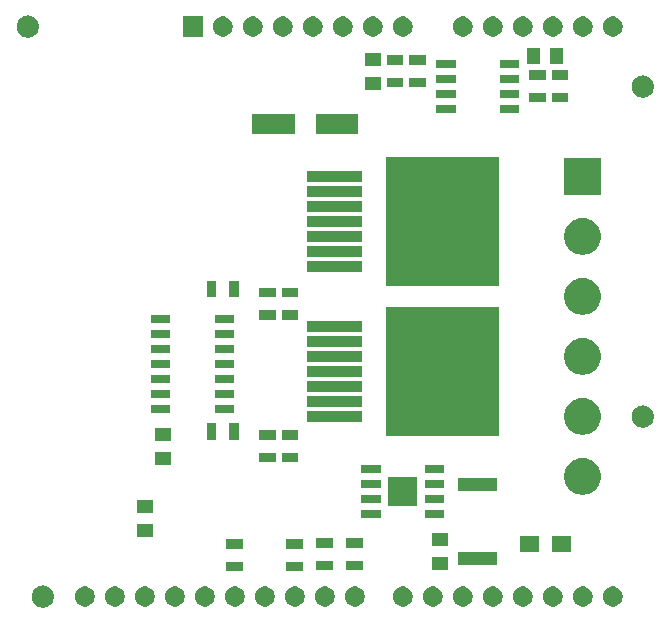
<source format=gbr>
G04 #@! TF.GenerationSoftware,KiCad,Pcbnew,(5.1.5)-2*
G04 #@! TF.CreationDate,2020-01-30T15:58:27+03:00*
G04 #@! TF.ProjectId,dccshield,64636373-6869-4656-9c64-2e6b69636164,rev?*
G04 #@! TF.SameCoordinates,Original*
G04 #@! TF.FileFunction,Soldermask,Top*
G04 #@! TF.FilePolarity,Negative*
%FSLAX46Y46*%
G04 Gerber Fmt 4.6, Leading zero omitted, Abs format (unit mm)*
G04 Created by KiCad (PCBNEW (5.1.5)-2) date 2020-01-30 15:58:27*
%MOMM*%
%LPD*%
G04 APERTURE LIST*
%ADD10C,0.100000*%
G04 APERTURE END LIST*
D10*
G36*
X139883580Y-126077081D02*
G01*
X139974480Y-126095162D01*
X140088647Y-126142452D01*
X140145732Y-126166097D01*
X140299850Y-126269075D01*
X140430925Y-126400150D01*
X140533903Y-126554268D01*
X140551563Y-126596903D01*
X140604838Y-126725520D01*
X140641000Y-126907320D01*
X140641000Y-127092680D01*
X140604838Y-127274480D01*
X140557548Y-127388647D01*
X140533903Y-127445732D01*
X140430925Y-127599850D01*
X140299850Y-127730925D01*
X140145732Y-127833903D01*
X140088647Y-127857548D01*
X139974480Y-127904838D01*
X139883580Y-127922919D01*
X139792682Y-127941000D01*
X139607318Y-127941000D01*
X139516420Y-127922919D01*
X139425520Y-127904838D01*
X139311353Y-127857548D01*
X139254268Y-127833903D01*
X139100150Y-127730925D01*
X138969075Y-127599850D01*
X138866097Y-127445732D01*
X138842452Y-127388647D01*
X138795162Y-127274480D01*
X138759000Y-127092680D01*
X138759000Y-126907320D01*
X138795162Y-126725520D01*
X138848437Y-126596903D01*
X138866097Y-126554268D01*
X138969075Y-126400150D01*
X139100150Y-126269075D01*
X139254268Y-126166097D01*
X139311353Y-126142452D01*
X139425520Y-126095162D01*
X139516420Y-126077081D01*
X139607318Y-126059000D01*
X139792682Y-126059000D01*
X139883580Y-126077081D01*
G37*
G36*
X146048228Y-126181703D02*
G01*
X146203100Y-126245853D01*
X146342481Y-126338985D01*
X146461015Y-126457519D01*
X146554147Y-126596900D01*
X146618297Y-126751772D01*
X146651000Y-126916184D01*
X146651000Y-127083816D01*
X146618297Y-127248228D01*
X146554147Y-127403100D01*
X146461015Y-127542481D01*
X146342481Y-127661015D01*
X146203100Y-127754147D01*
X146048228Y-127818297D01*
X145883816Y-127851000D01*
X145716184Y-127851000D01*
X145551772Y-127818297D01*
X145396900Y-127754147D01*
X145257519Y-127661015D01*
X145138985Y-127542481D01*
X145045853Y-127403100D01*
X144981703Y-127248228D01*
X144949000Y-127083816D01*
X144949000Y-126916184D01*
X144981703Y-126751772D01*
X145045853Y-126596900D01*
X145138985Y-126457519D01*
X145257519Y-126338985D01*
X145396900Y-126245853D01*
X145551772Y-126181703D01*
X145716184Y-126149000D01*
X145883816Y-126149000D01*
X146048228Y-126181703D01*
G37*
G36*
X161288228Y-126181703D02*
G01*
X161443100Y-126245853D01*
X161582481Y-126338985D01*
X161701015Y-126457519D01*
X161794147Y-126596900D01*
X161858297Y-126751772D01*
X161891000Y-126916184D01*
X161891000Y-127083816D01*
X161858297Y-127248228D01*
X161794147Y-127403100D01*
X161701015Y-127542481D01*
X161582481Y-127661015D01*
X161443100Y-127754147D01*
X161288228Y-127818297D01*
X161123816Y-127851000D01*
X160956184Y-127851000D01*
X160791772Y-127818297D01*
X160636900Y-127754147D01*
X160497519Y-127661015D01*
X160378985Y-127542481D01*
X160285853Y-127403100D01*
X160221703Y-127248228D01*
X160189000Y-127083816D01*
X160189000Y-126916184D01*
X160221703Y-126751772D01*
X160285853Y-126596900D01*
X160378985Y-126457519D01*
X160497519Y-126338985D01*
X160636900Y-126245853D01*
X160791772Y-126181703D01*
X160956184Y-126149000D01*
X161123816Y-126149000D01*
X161288228Y-126181703D01*
G37*
G36*
X163828228Y-126181703D02*
G01*
X163983100Y-126245853D01*
X164122481Y-126338985D01*
X164241015Y-126457519D01*
X164334147Y-126596900D01*
X164398297Y-126751772D01*
X164431000Y-126916184D01*
X164431000Y-127083816D01*
X164398297Y-127248228D01*
X164334147Y-127403100D01*
X164241015Y-127542481D01*
X164122481Y-127661015D01*
X163983100Y-127754147D01*
X163828228Y-127818297D01*
X163663816Y-127851000D01*
X163496184Y-127851000D01*
X163331772Y-127818297D01*
X163176900Y-127754147D01*
X163037519Y-127661015D01*
X162918985Y-127542481D01*
X162825853Y-127403100D01*
X162761703Y-127248228D01*
X162729000Y-127083816D01*
X162729000Y-126916184D01*
X162761703Y-126751772D01*
X162825853Y-126596900D01*
X162918985Y-126457519D01*
X163037519Y-126338985D01*
X163176900Y-126245853D01*
X163331772Y-126181703D01*
X163496184Y-126149000D01*
X163663816Y-126149000D01*
X163828228Y-126181703D01*
G37*
G36*
X166368228Y-126181703D02*
G01*
X166523100Y-126245853D01*
X166662481Y-126338985D01*
X166781015Y-126457519D01*
X166874147Y-126596900D01*
X166938297Y-126751772D01*
X166971000Y-126916184D01*
X166971000Y-127083816D01*
X166938297Y-127248228D01*
X166874147Y-127403100D01*
X166781015Y-127542481D01*
X166662481Y-127661015D01*
X166523100Y-127754147D01*
X166368228Y-127818297D01*
X166203816Y-127851000D01*
X166036184Y-127851000D01*
X165871772Y-127818297D01*
X165716900Y-127754147D01*
X165577519Y-127661015D01*
X165458985Y-127542481D01*
X165365853Y-127403100D01*
X165301703Y-127248228D01*
X165269000Y-127083816D01*
X165269000Y-126916184D01*
X165301703Y-126751772D01*
X165365853Y-126596900D01*
X165458985Y-126457519D01*
X165577519Y-126338985D01*
X165716900Y-126245853D01*
X165871772Y-126181703D01*
X166036184Y-126149000D01*
X166203816Y-126149000D01*
X166368228Y-126181703D01*
G37*
G36*
X170428228Y-126181703D02*
G01*
X170583100Y-126245853D01*
X170722481Y-126338985D01*
X170841015Y-126457519D01*
X170934147Y-126596900D01*
X170998297Y-126751772D01*
X171031000Y-126916184D01*
X171031000Y-127083816D01*
X170998297Y-127248228D01*
X170934147Y-127403100D01*
X170841015Y-127542481D01*
X170722481Y-127661015D01*
X170583100Y-127754147D01*
X170428228Y-127818297D01*
X170263816Y-127851000D01*
X170096184Y-127851000D01*
X169931772Y-127818297D01*
X169776900Y-127754147D01*
X169637519Y-127661015D01*
X169518985Y-127542481D01*
X169425853Y-127403100D01*
X169361703Y-127248228D01*
X169329000Y-127083816D01*
X169329000Y-126916184D01*
X169361703Y-126751772D01*
X169425853Y-126596900D01*
X169518985Y-126457519D01*
X169637519Y-126338985D01*
X169776900Y-126245853D01*
X169931772Y-126181703D01*
X170096184Y-126149000D01*
X170263816Y-126149000D01*
X170428228Y-126181703D01*
G37*
G36*
X172968228Y-126181703D02*
G01*
X173123100Y-126245853D01*
X173262481Y-126338985D01*
X173381015Y-126457519D01*
X173474147Y-126596900D01*
X173538297Y-126751772D01*
X173571000Y-126916184D01*
X173571000Y-127083816D01*
X173538297Y-127248228D01*
X173474147Y-127403100D01*
X173381015Y-127542481D01*
X173262481Y-127661015D01*
X173123100Y-127754147D01*
X172968228Y-127818297D01*
X172803816Y-127851000D01*
X172636184Y-127851000D01*
X172471772Y-127818297D01*
X172316900Y-127754147D01*
X172177519Y-127661015D01*
X172058985Y-127542481D01*
X171965853Y-127403100D01*
X171901703Y-127248228D01*
X171869000Y-127083816D01*
X171869000Y-126916184D01*
X171901703Y-126751772D01*
X171965853Y-126596900D01*
X172058985Y-126457519D01*
X172177519Y-126338985D01*
X172316900Y-126245853D01*
X172471772Y-126181703D01*
X172636184Y-126149000D01*
X172803816Y-126149000D01*
X172968228Y-126181703D01*
G37*
G36*
X175508228Y-126181703D02*
G01*
X175663100Y-126245853D01*
X175802481Y-126338985D01*
X175921015Y-126457519D01*
X176014147Y-126596900D01*
X176078297Y-126751772D01*
X176111000Y-126916184D01*
X176111000Y-127083816D01*
X176078297Y-127248228D01*
X176014147Y-127403100D01*
X175921015Y-127542481D01*
X175802481Y-127661015D01*
X175663100Y-127754147D01*
X175508228Y-127818297D01*
X175343816Y-127851000D01*
X175176184Y-127851000D01*
X175011772Y-127818297D01*
X174856900Y-127754147D01*
X174717519Y-127661015D01*
X174598985Y-127542481D01*
X174505853Y-127403100D01*
X174441703Y-127248228D01*
X174409000Y-127083816D01*
X174409000Y-126916184D01*
X174441703Y-126751772D01*
X174505853Y-126596900D01*
X174598985Y-126457519D01*
X174717519Y-126338985D01*
X174856900Y-126245853D01*
X175011772Y-126181703D01*
X175176184Y-126149000D01*
X175343816Y-126149000D01*
X175508228Y-126181703D01*
G37*
G36*
X178048228Y-126181703D02*
G01*
X178203100Y-126245853D01*
X178342481Y-126338985D01*
X178461015Y-126457519D01*
X178554147Y-126596900D01*
X178618297Y-126751772D01*
X178651000Y-126916184D01*
X178651000Y-127083816D01*
X178618297Y-127248228D01*
X178554147Y-127403100D01*
X178461015Y-127542481D01*
X178342481Y-127661015D01*
X178203100Y-127754147D01*
X178048228Y-127818297D01*
X177883816Y-127851000D01*
X177716184Y-127851000D01*
X177551772Y-127818297D01*
X177396900Y-127754147D01*
X177257519Y-127661015D01*
X177138985Y-127542481D01*
X177045853Y-127403100D01*
X176981703Y-127248228D01*
X176949000Y-127083816D01*
X176949000Y-126916184D01*
X176981703Y-126751772D01*
X177045853Y-126596900D01*
X177138985Y-126457519D01*
X177257519Y-126338985D01*
X177396900Y-126245853D01*
X177551772Y-126181703D01*
X177716184Y-126149000D01*
X177883816Y-126149000D01*
X178048228Y-126181703D01*
G37*
G36*
X180588228Y-126181703D02*
G01*
X180743100Y-126245853D01*
X180882481Y-126338985D01*
X181001015Y-126457519D01*
X181094147Y-126596900D01*
X181158297Y-126751772D01*
X181191000Y-126916184D01*
X181191000Y-127083816D01*
X181158297Y-127248228D01*
X181094147Y-127403100D01*
X181001015Y-127542481D01*
X180882481Y-127661015D01*
X180743100Y-127754147D01*
X180588228Y-127818297D01*
X180423816Y-127851000D01*
X180256184Y-127851000D01*
X180091772Y-127818297D01*
X179936900Y-127754147D01*
X179797519Y-127661015D01*
X179678985Y-127542481D01*
X179585853Y-127403100D01*
X179521703Y-127248228D01*
X179489000Y-127083816D01*
X179489000Y-126916184D01*
X179521703Y-126751772D01*
X179585853Y-126596900D01*
X179678985Y-126457519D01*
X179797519Y-126338985D01*
X179936900Y-126245853D01*
X180091772Y-126181703D01*
X180256184Y-126149000D01*
X180423816Y-126149000D01*
X180588228Y-126181703D01*
G37*
G36*
X158748228Y-126181703D02*
G01*
X158903100Y-126245853D01*
X159042481Y-126338985D01*
X159161015Y-126457519D01*
X159254147Y-126596900D01*
X159318297Y-126751772D01*
X159351000Y-126916184D01*
X159351000Y-127083816D01*
X159318297Y-127248228D01*
X159254147Y-127403100D01*
X159161015Y-127542481D01*
X159042481Y-127661015D01*
X158903100Y-127754147D01*
X158748228Y-127818297D01*
X158583816Y-127851000D01*
X158416184Y-127851000D01*
X158251772Y-127818297D01*
X158096900Y-127754147D01*
X157957519Y-127661015D01*
X157838985Y-127542481D01*
X157745853Y-127403100D01*
X157681703Y-127248228D01*
X157649000Y-127083816D01*
X157649000Y-126916184D01*
X157681703Y-126751772D01*
X157745853Y-126596900D01*
X157838985Y-126457519D01*
X157957519Y-126338985D01*
X158096900Y-126245853D01*
X158251772Y-126181703D01*
X158416184Y-126149000D01*
X158583816Y-126149000D01*
X158748228Y-126181703D01*
G37*
G36*
X183128228Y-126181703D02*
G01*
X183283100Y-126245853D01*
X183422481Y-126338985D01*
X183541015Y-126457519D01*
X183634147Y-126596900D01*
X183698297Y-126751772D01*
X183731000Y-126916184D01*
X183731000Y-127083816D01*
X183698297Y-127248228D01*
X183634147Y-127403100D01*
X183541015Y-127542481D01*
X183422481Y-127661015D01*
X183283100Y-127754147D01*
X183128228Y-127818297D01*
X182963816Y-127851000D01*
X182796184Y-127851000D01*
X182631772Y-127818297D01*
X182476900Y-127754147D01*
X182337519Y-127661015D01*
X182218985Y-127542481D01*
X182125853Y-127403100D01*
X182061703Y-127248228D01*
X182029000Y-127083816D01*
X182029000Y-126916184D01*
X182061703Y-126751772D01*
X182125853Y-126596900D01*
X182218985Y-126457519D01*
X182337519Y-126338985D01*
X182476900Y-126245853D01*
X182631772Y-126181703D01*
X182796184Y-126149000D01*
X182963816Y-126149000D01*
X183128228Y-126181703D01*
G37*
G36*
X185668228Y-126181703D02*
G01*
X185823100Y-126245853D01*
X185962481Y-126338985D01*
X186081015Y-126457519D01*
X186174147Y-126596900D01*
X186238297Y-126751772D01*
X186271000Y-126916184D01*
X186271000Y-127083816D01*
X186238297Y-127248228D01*
X186174147Y-127403100D01*
X186081015Y-127542481D01*
X185962481Y-127661015D01*
X185823100Y-127754147D01*
X185668228Y-127818297D01*
X185503816Y-127851000D01*
X185336184Y-127851000D01*
X185171772Y-127818297D01*
X185016900Y-127754147D01*
X184877519Y-127661015D01*
X184758985Y-127542481D01*
X184665853Y-127403100D01*
X184601703Y-127248228D01*
X184569000Y-127083816D01*
X184569000Y-126916184D01*
X184601703Y-126751772D01*
X184665853Y-126596900D01*
X184758985Y-126457519D01*
X184877519Y-126338985D01*
X185016900Y-126245853D01*
X185171772Y-126181703D01*
X185336184Y-126149000D01*
X185503816Y-126149000D01*
X185668228Y-126181703D01*
G37*
G36*
X188208228Y-126181703D02*
G01*
X188363100Y-126245853D01*
X188502481Y-126338985D01*
X188621015Y-126457519D01*
X188714147Y-126596900D01*
X188778297Y-126751772D01*
X188811000Y-126916184D01*
X188811000Y-127083816D01*
X188778297Y-127248228D01*
X188714147Y-127403100D01*
X188621015Y-127542481D01*
X188502481Y-127661015D01*
X188363100Y-127754147D01*
X188208228Y-127818297D01*
X188043816Y-127851000D01*
X187876184Y-127851000D01*
X187711772Y-127818297D01*
X187556900Y-127754147D01*
X187417519Y-127661015D01*
X187298985Y-127542481D01*
X187205853Y-127403100D01*
X187141703Y-127248228D01*
X187109000Y-127083816D01*
X187109000Y-126916184D01*
X187141703Y-126751772D01*
X187205853Y-126596900D01*
X187298985Y-126457519D01*
X187417519Y-126338985D01*
X187556900Y-126245853D01*
X187711772Y-126181703D01*
X187876184Y-126149000D01*
X188043816Y-126149000D01*
X188208228Y-126181703D01*
G37*
G36*
X148588228Y-126181703D02*
G01*
X148743100Y-126245853D01*
X148882481Y-126338985D01*
X149001015Y-126457519D01*
X149094147Y-126596900D01*
X149158297Y-126751772D01*
X149191000Y-126916184D01*
X149191000Y-127083816D01*
X149158297Y-127248228D01*
X149094147Y-127403100D01*
X149001015Y-127542481D01*
X148882481Y-127661015D01*
X148743100Y-127754147D01*
X148588228Y-127818297D01*
X148423816Y-127851000D01*
X148256184Y-127851000D01*
X148091772Y-127818297D01*
X147936900Y-127754147D01*
X147797519Y-127661015D01*
X147678985Y-127542481D01*
X147585853Y-127403100D01*
X147521703Y-127248228D01*
X147489000Y-127083816D01*
X147489000Y-126916184D01*
X147521703Y-126751772D01*
X147585853Y-126596900D01*
X147678985Y-126457519D01*
X147797519Y-126338985D01*
X147936900Y-126245853D01*
X148091772Y-126181703D01*
X148256184Y-126149000D01*
X148423816Y-126149000D01*
X148588228Y-126181703D01*
G37*
G36*
X153668228Y-126181703D02*
G01*
X153823100Y-126245853D01*
X153962481Y-126338985D01*
X154081015Y-126457519D01*
X154174147Y-126596900D01*
X154238297Y-126751772D01*
X154271000Y-126916184D01*
X154271000Y-127083816D01*
X154238297Y-127248228D01*
X154174147Y-127403100D01*
X154081015Y-127542481D01*
X153962481Y-127661015D01*
X153823100Y-127754147D01*
X153668228Y-127818297D01*
X153503816Y-127851000D01*
X153336184Y-127851000D01*
X153171772Y-127818297D01*
X153016900Y-127754147D01*
X152877519Y-127661015D01*
X152758985Y-127542481D01*
X152665853Y-127403100D01*
X152601703Y-127248228D01*
X152569000Y-127083816D01*
X152569000Y-126916184D01*
X152601703Y-126751772D01*
X152665853Y-126596900D01*
X152758985Y-126457519D01*
X152877519Y-126338985D01*
X153016900Y-126245853D01*
X153171772Y-126181703D01*
X153336184Y-126149000D01*
X153503816Y-126149000D01*
X153668228Y-126181703D01*
G37*
G36*
X156208228Y-126181703D02*
G01*
X156363100Y-126245853D01*
X156502481Y-126338985D01*
X156621015Y-126457519D01*
X156714147Y-126596900D01*
X156778297Y-126751772D01*
X156811000Y-126916184D01*
X156811000Y-127083816D01*
X156778297Y-127248228D01*
X156714147Y-127403100D01*
X156621015Y-127542481D01*
X156502481Y-127661015D01*
X156363100Y-127754147D01*
X156208228Y-127818297D01*
X156043816Y-127851000D01*
X155876184Y-127851000D01*
X155711772Y-127818297D01*
X155556900Y-127754147D01*
X155417519Y-127661015D01*
X155298985Y-127542481D01*
X155205853Y-127403100D01*
X155141703Y-127248228D01*
X155109000Y-127083816D01*
X155109000Y-126916184D01*
X155141703Y-126751772D01*
X155205853Y-126596900D01*
X155298985Y-126457519D01*
X155417519Y-126338985D01*
X155556900Y-126245853D01*
X155711772Y-126181703D01*
X155876184Y-126149000D01*
X156043816Y-126149000D01*
X156208228Y-126181703D01*
G37*
G36*
X143508228Y-126181703D02*
G01*
X143663100Y-126245853D01*
X143802481Y-126338985D01*
X143921015Y-126457519D01*
X144014147Y-126596900D01*
X144078297Y-126751772D01*
X144111000Y-126916184D01*
X144111000Y-127083816D01*
X144078297Y-127248228D01*
X144014147Y-127403100D01*
X143921015Y-127542481D01*
X143802481Y-127661015D01*
X143663100Y-127754147D01*
X143508228Y-127818297D01*
X143343816Y-127851000D01*
X143176184Y-127851000D01*
X143011772Y-127818297D01*
X142856900Y-127754147D01*
X142717519Y-127661015D01*
X142598985Y-127542481D01*
X142505853Y-127403100D01*
X142441703Y-127248228D01*
X142409000Y-127083816D01*
X142409000Y-126916184D01*
X142441703Y-126751772D01*
X142505853Y-126596900D01*
X142598985Y-126457519D01*
X142717519Y-126338985D01*
X142856900Y-126245853D01*
X143011772Y-126181703D01*
X143176184Y-126149000D01*
X143343816Y-126149000D01*
X143508228Y-126181703D01*
G37*
G36*
X151128228Y-126181703D02*
G01*
X151283100Y-126245853D01*
X151422481Y-126338985D01*
X151541015Y-126457519D01*
X151634147Y-126596900D01*
X151698297Y-126751772D01*
X151731000Y-126916184D01*
X151731000Y-127083816D01*
X151698297Y-127248228D01*
X151634147Y-127403100D01*
X151541015Y-127542481D01*
X151422481Y-127661015D01*
X151283100Y-127754147D01*
X151128228Y-127818297D01*
X150963816Y-127851000D01*
X150796184Y-127851000D01*
X150631772Y-127818297D01*
X150476900Y-127754147D01*
X150337519Y-127661015D01*
X150218985Y-127542481D01*
X150125853Y-127403100D01*
X150061703Y-127248228D01*
X150029000Y-127083816D01*
X150029000Y-126916184D01*
X150061703Y-126751772D01*
X150125853Y-126596900D01*
X150218985Y-126457519D01*
X150337519Y-126338985D01*
X150476900Y-126245853D01*
X150631772Y-126181703D01*
X150796184Y-126149000D01*
X150963816Y-126149000D01*
X151128228Y-126181703D01*
G37*
G36*
X161737000Y-124861000D02*
G01*
X160335000Y-124861000D01*
X160335000Y-124059000D01*
X161737000Y-124059000D01*
X161737000Y-124861000D01*
G37*
G36*
X156657000Y-124861000D02*
G01*
X155255000Y-124861000D01*
X155255000Y-124059000D01*
X156657000Y-124059000D01*
X156657000Y-124861000D01*
G37*
G36*
X164277000Y-124795000D02*
G01*
X162875000Y-124795000D01*
X162875000Y-123993000D01*
X164277000Y-123993000D01*
X164277000Y-124795000D01*
G37*
G36*
X166817000Y-124795000D02*
G01*
X165415000Y-124795000D01*
X165415000Y-123993000D01*
X166817000Y-123993000D01*
X166817000Y-124795000D01*
G37*
G36*
X174031000Y-124741000D02*
G01*
X172679000Y-124741000D01*
X172679000Y-123639000D01*
X174031000Y-123639000D01*
X174031000Y-124741000D01*
G37*
G36*
X178181000Y-124301000D02*
G01*
X174879000Y-124301000D01*
X174879000Y-123199000D01*
X178181000Y-123199000D01*
X178181000Y-124301000D01*
G37*
G36*
X181696000Y-123256000D02*
G01*
X180094000Y-123256000D01*
X180094000Y-121854000D01*
X181696000Y-121854000D01*
X181696000Y-123256000D01*
G37*
G36*
X184396000Y-123256000D02*
G01*
X182794000Y-123256000D01*
X182794000Y-121854000D01*
X184396000Y-121854000D01*
X184396000Y-123256000D01*
G37*
G36*
X156657000Y-122961000D02*
G01*
X155255000Y-122961000D01*
X155255000Y-122159000D01*
X156657000Y-122159000D01*
X156657000Y-122961000D01*
G37*
G36*
X161737000Y-122961000D02*
G01*
X160335000Y-122961000D01*
X160335000Y-122159000D01*
X161737000Y-122159000D01*
X161737000Y-122961000D01*
G37*
G36*
X166817000Y-122895000D02*
G01*
X165415000Y-122895000D01*
X165415000Y-122093000D01*
X166817000Y-122093000D01*
X166817000Y-122895000D01*
G37*
G36*
X164277000Y-122895000D02*
G01*
X162875000Y-122895000D01*
X162875000Y-122093000D01*
X164277000Y-122093000D01*
X164277000Y-122895000D01*
G37*
G36*
X174031000Y-122741000D02*
G01*
X172679000Y-122741000D01*
X172679000Y-121639000D01*
X174031000Y-121639000D01*
X174031000Y-122741000D01*
G37*
G36*
X149012000Y-121947000D02*
G01*
X147660000Y-121947000D01*
X147660000Y-120845000D01*
X149012000Y-120845000D01*
X149012000Y-121947000D01*
G37*
G36*
X173706000Y-120366000D02*
G01*
X172054000Y-120366000D01*
X172054000Y-119664000D01*
X173706000Y-119664000D01*
X173706000Y-120366000D01*
G37*
G36*
X168306000Y-120366000D02*
G01*
X166654000Y-120366000D01*
X166654000Y-119664000D01*
X168306000Y-119664000D01*
X168306000Y-120366000D01*
G37*
G36*
X149012000Y-119947000D02*
G01*
X147660000Y-119947000D01*
X147660000Y-118845000D01*
X149012000Y-118845000D01*
X149012000Y-119947000D01*
G37*
G36*
X171406000Y-119336000D02*
G01*
X168954000Y-119336000D01*
X168954000Y-116884000D01*
X171406000Y-116884000D01*
X171406000Y-119336000D01*
G37*
G36*
X173706000Y-119096000D02*
G01*
X172054000Y-119096000D01*
X172054000Y-118394000D01*
X173706000Y-118394000D01*
X173706000Y-119096000D01*
G37*
G36*
X168306000Y-119096000D02*
G01*
X166654000Y-119096000D01*
X166654000Y-118394000D01*
X168306000Y-118394000D01*
X168306000Y-119096000D01*
G37*
G36*
X185722585Y-115318802D02*
G01*
X185872410Y-115348604D01*
X186154674Y-115465521D01*
X186408705Y-115635259D01*
X186624741Y-115851295D01*
X186794479Y-116105326D01*
X186911396Y-116387590D01*
X186971000Y-116687240D01*
X186971000Y-116992760D01*
X186911396Y-117292410D01*
X186794479Y-117574674D01*
X186624741Y-117828705D01*
X186408705Y-118044741D01*
X186154674Y-118214479D01*
X185872410Y-118331396D01*
X185722585Y-118361198D01*
X185572761Y-118391000D01*
X185267239Y-118391000D01*
X185117415Y-118361198D01*
X184967590Y-118331396D01*
X184685326Y-118214479D01*
X184431295Y-118044741D01*
X184215259Y-117828705D01*
X184045521Y-117574674D01*
X183928604Y-117292410D01*
X183869000Y-116992760D01*
X183869000Y-116687240D01*
X183928604Y-116387590D01*
X184045521Y-116105326D01*
X184215259Y-115851295D01*
X184431295Y-115635259D01*
X184685326Y-115465521D01*
X184967590Y-115348604D01*
X185117415Y-115318802D01*
X185267239Y-115289000D01*
X185572761Y-115289000D01*
X185722585Y-115318802D01*
G37*
G36*
X178181000Y-118101000D02*
G01*
X174879000Y-118101000D01*
X174879000Y-116999000D01*
X178181000Y-116999000D01*
X178181000Y-118101000D01*
G37*
G36*
X173706000Y-117826000D02*
G01*
X172054000Y-117826000D01*
X172054000Y-117124000D01*
X173706000Y-117124000D01*
X173706000Y-117826000D01*
G37*
G36*
X168306000Y-117826000D02*
G01*
X166654000Y-117826000D01*
X166654000Y-117124000D01*
X168306000Y-117124000D01*
X168306000Y-117826000D01*
G37*
G36*
X173706000Y-116556000D02*
G01*
X172054000Y-116556000D01*
X172054000Y-115854000D01*
X173706000Y-115854000D01*
X173706000Y-116556000D01*
G37*
G36*
X168306000Y-116556000D02*
G01*
X166654000Y-116556000D01*
X166654000Y-115854000D01*
X168306000Y-115854000D01*
X168306000Y-116556000D01*
G37*
G36*
X150536000Y-115851000D02*
G01*
X149184000Y-115851000D01*
X149184000Y-114749000D01*
X150536000Y-114749000D01*
X150536000Y-115851000D01*
G37*
G36*
X161356000Y-115651000D02*
G01*
X159954000Y-115651000D01*
X159954000Y-114849000D01*
X161356000Y-114849000D01*
X161356000Y-115651000D01*
G37*
G36*
X159451000Y-115651000D02*
G01*
X158049000Y-115651000D01*
X158049000Y-114849000D01*
X159451000Y-114849000D01*
X159451000Y-115651000D01*
G37*
G36*
X150536000Y-113851000D02*
G01*
X149184000Y-113851000D01*
X149184000Y-112749000D01*
X150536000Y-112749000D01*
X150536000Y-113851000D01*
G37*
G36*
X159451000Y-113751000D02*
G01*
X158049000Y-113751000D01*
X158049000Y-112949000D01*
X159451000Y-112949000D01*
X159451000Y-113751000D01*
G37*
G36*
X161356000Y-113751000D02*
G01*
X159954000Y-113751000D01*
X159954000Y-112949000D01*
X161356000Y-112949000D01*
X161356000Y-113751000D01*
G37*
G36*
X156291000Y-113731000D02*
G01*
X155489000Y-113731000D01*
X155489000Y-112329000D01*
X156291000Y-112329000D01*
X156291000Y-113731000D01*
G37*
G36*
X154391000Y-113731000D02*
G01*
X153589000Y-113731000D01*
X153589000Y-112329000D01*
X154391000Y-112329000D01*
X154391000Y-113731000D01*
G37*
G36*
X178306000Y-113401000D02*
G01*
X168804000Y-113401000D01*
X168804000Y-102499000D01*
X178306000Y-102499000D01*
X178306000Y-113401000D01*
G37*
G36*
X185722585Y-110238802D02*
G01*
X185872410Y-110268604D01*
X186154674Y-110385521D01*
X186408705Y-110555259D01*
X186624741Y-110771295D01*
X186794479Y-111025326D01*
X186911396Y-111307590D01*
X186971000Y-111607240D01*
X186971000Y-111912760D01*
X186911396Y-112212410D01*
X186794479Y-112494674D01*
X186624741Y-112748705D01*
X186408705Y-112964741D01*
X186154674Y-113134479D01*
X185872410Y-113251396D01*
X185722585Y-113281198D01*
X185572761Y-113311000D01*
X185267239Y-113311000D01*
X185117415Y-113281198D01*
X184967590Y-113251396D01*
X184685326Y-113134479D01*
X184431295Y-112964741D01*
X184215259Y-112748705D01*
X184045521Y-112494674D01*
X183928604Y-112212410D01*
X183869000Y-111912760D01*
X183869000Y-111607240D01*
X183928604Y-111307590D01*
X184045521Y-111025326D01*
X184215259Y-110771295D01*
X184431295Y-110555259D01*
X184685326Y-110385521D01*
X184967590Y-110268604D01*
X185117415Y-110238802D01*
X185267239Y-110209000D01*
X185572761Y-110209000D01*
X185722585Y-110238802D01*
G37*
G36*
X190683580Y-110837081D02*
G01*
X190774480Y-110855162D01*
X190888647Y-110902452D01*
X190945732Y-110926097D01*
X191099850Y-111029075D01*
X191230925Y-111160150D01*
X191333903Y-111314268D01*
X191333903Y-111314269D01*
X191404838Y-111485520D01*
X191404838Y-111485522D01*
X191441000Y-111667318D01*
X191441000Y-111852682D01*
X191429049Y-111912761D01*
X191404838Y-112034480D01*
X191357548Y-112148647D01*
X191333903Y-112205732D01*
X191230925Y-112359850D01*
X191099850Y-112490925D01*
X190945732Y-112593903D01*
X190888647Y-112617548D01*
X190774480Y-112664838D01*
X190683580Y-112682919D01*
X190592682Y-112701000D01*
X190407318Y-112701000D01*
X190316420Y-112682919D01*
X190225520Y-112664838D01*
X190111353Y-112617548D01*
X190054268Y-112593903D01*
X189900150Y-112490925D01*
X189769075Y-112359850D01*
X189666097Y-112205732D01*
X189642452Y-112148647D01*
X189595162Y-112034480D01*
X189570951Y-111912761D01*
X189559000Y-111852682D01*
X189559000Y-111667318D01*
X189595162Y-111485522D01*
X189595162Y-111485520D01*
X189666097Y-111314269D01*
X189666097Y-111314268D01*
X189769075Y-111160150D01*
X189900150Y-111029075D01*
X190054268Y-110926097D01*
X190111353Y-110902452D01*
X190225520Y-110855162D01*
X190316420Y-110837081D01*
X190407318Y-110819000D01*
X190592682Y-110819000D01*
X190683580Y-110837081D01*
G37*
G36*
X166756000Y-112211000D02*
G01*
X162054000Y-112211000D01*
X162054000Y-111309000D01*
X166756000Y-111309000D01*
X166756000Y-112211000D01*
G37*
G36*
X155901000Y-111476000D02*
G01*
X154299000Y-111476000D01*
X154299000Y-110774000D01*
X155901000Y-110774000D01*
X155901000Y-111476000D01*
G37*
G36*
X150501000Y-111476000D02*
G01*
X148899000Y-111476000D01*
X148899000Y-110774000D01*
X150501000Y-110774000D01*
X150501000Y-111476000D01*
G37*
G36*
X166756000Y-110941000D02*
G01*
X162054000Y-110941000D01*
X162054000Y-110039000D01*
X166756000Y-110039000D01*
X166756000Y-110941000D01*
G37*
G36*
X150501000Y-110206000D02*
G01*
X148899000Y-110206000D01*
X148899000Y-109504000D01*
X150501000Y-109504000D01*
X150501000Y-110206000D01*
G37*
G36*
X155901000Y-110206000D02*
G01*
X154299000Y-110206000D01*
X154299000Y-109504000D01*
X155901000Y-109504000D01*
X155901000Y-110206000D01*
G37*
G36*
X166756000Y-109671000D02*
G01*
X162054000Y-109671000D01*
X162054000Y-108769000D01*
X166756000Y-108769000D01*
X166756000Y-109671000D01*
G37*
G36*
X155901000Y-108936000D02*
G01*
X154299000Y-108936000D01*
X154299000Y-108234000D01*
X155901000Y-108234000D01*
X155901000Y-108936000D01*
G37*
G36*
X150501000Y-108936000D02*
G01*
X148899000Y-108936000D01*
X148899000Y-108234000D01*
X150501000Y-108234000D01*
X150501000Y-108936000D01*
G37*
G36*
X166756000Y-108401000D02*
G01*
X162054000Y-108401000D01*
X162054000Y-107499000D01*
X166756000Y-107499000D01*
X166756000Y-108401000D01*
G37*
G36*
X185722585Y-105158802D02*
G01*
X185872410Y-105188604D01*
X186154674Y-105305521D01*
X186408705Y-105475259D01*
X186624741Y-105691295D01*
X186794479Y-105945326D01*
X186911396Y-106227590D01*
X186971000Y-106527240D01*
X186971000Y-106832760D01*
X186911396Y-107132410D01*
X186794479Y-107414674D01*
X186624741Y-107668705D01*
X186408705Y-107884741D01*
X186154674Y-108054479D01*
X185872410Y-108171396D01*
X185722585Y-108201198D01*
X185572761Y-108231000D01*
X185267239Y-108231000D01*
X185117415Y-108201198D01*
X184967590Y-108171396D01*
X184685326Y-108054479D01*
X184431295Y-107884741D01*
X184215259Y-107668705D01*
X184045521Y-107414674D01*
X183928604Y-107132410D01*
X183869000Y-106832760D01*
X183869000Y-106527240D01*
X183928604Y-106227590D01*
X184045521Y-105945326D01*
X184215259Y-105691295D01*
X184431295Y-105475259D01*
X184685326Y-105305521D01*
X184967590Y-105188604D01*
X185117415Y-105158802D01*
X185267239Y-105129000D01*
X185572761Y-105129000D01*
X185722585Y-105158802D01*
G37*
G36*
X155901000Y-107666000D02*
G01*
X154299000Y-107666000D01*
X154299000Y-106964000D01*
X155901000Y-106964000D01*
X155901000Y-107666000D01*
G37*
G36*
X150501000Y-107666000D02*
G01*
X148899000Y-107666000D01*
X148899000Y-106964000D01*
X150501000Y-106964000D01*
X150501000Y-107666000D01*
G37*
G36*
X166756000Y-107131000D02*
G01*
X162054000Y-107131000D01*
X162054000Y-106229000D01*
X166756000Y-106229000D01*
X166756000Y-107131000D01*
G37*
G36*
X150501000Y-106396000D02*
G01*
X148899000Y-106396000D01*
X148899000Y-105694000D01*
X150501000Y-105694000D01*
X150501000Y-106396000D01*
G37*
G36*
X155901000Y-106396000D02*
G01*
X154299000Y-106396000D01*
X154299000Y-105694000D01*
X155901000Y-105694000D01*
X155901000Y-106396000D01*
G37*
G36*
X166756000Y-105861000D02*
G01*
X162054000Y-105861000D01*
X162054000Y-104959000D01*
X166756000Y-104959000D01*
X166756000Y-105861000D01*
G37*
G36*
X150501000Y-105126000D02*
G01*
X148899000Y-105126000D01*
X148899000Y-104424000D01*
X150501000Y-104424000D01*
X150501000Y-105126000D01*
G37*
G36*
X155901000Y-105126000D02*
G01*
X154299000Y-105126000D01*
X154299000Y-104424000D01*
X155901000Y-104424000D01*
X155901000Y-105126000D01*
G37*
G36*
X166756000Y-104591000D02*
G01*
X162054000Y-104591000D01*
X162054000Y-103689000D01*
X166756000Y-103689000D01*
X166756000Y-104591000D01*
G37*
G36*
X155901000Y-103856000D02*
G01*
X154299000Y-103856000D01*
X154299000Y-103154000D01*
X155901000Y-103154000D01*
X155901000Y-103856000D01*
G37*
G36*
X150501000Y-103856000D02*
G01*
X148899000Y-103856000D01*
X148899000Y-103154000D01*
X150501000Y-103154000D01*
X150501000Y-103856000D01*
G37*
G36*
X159451000Y-103586000D02*
G01*
X158049000Y-103586000D01*
X158049000Y-102784000D01*
X159451000Y-102784000D01*
X159451000Y-103586000D01*
G37*
G36*
X161356000Y-103586000D02*
G01*
X159954000Y-103586000D01*
X159954000Y-102784000D01*
X161356000Y-102784000D01*
X161356000Y-103586000D01*
G37*
G36*
X185722585Y-100078802D02*
G01*
X185872410Y-100108604D01*
X186154674Y-100225521D01*
X186408705Y-100395259D01*
X186624741Y-100611295D01*
X186794479Y-100865326D01*
X186911396Y-101147590D01*
X186971000Y-101447240D01*
X186971000Y-101752760D01*
X186911396Y-102052410D01*
X186794479Y-102334674D01*
X186624741Y-102588705D01*
X186408705Y-102804741D01*
X186154674Y-102974479D01*
X185872410Y-103091396D01*
X185722585Y-103121198D01*
X185572761Y-103151000D01*
X185267239Y-103151000D01*
X185117415Y-103121198D01*
X184967590Y-103091396D01*
X184685326Y-102974479D01*
X184431295Y-102804741D01*
X184215259Y-102588705D01*
X184045521Y-102334674D01*
X183928604Y-102052410D01*
X183869000Y-101752760D01*
X183869000Y-101447240D01*
X183928604Y-101147590D01*
X184045521Y-100865326D01*
X184215259Y-100611295D01*
X184431295Y-100395259D01*
X184685326Y-100225521D01*
X184967590Y-100108604D01*
X185117415Y-100078802D01*
X185267239Y-100049000D01*
X185572761Y-100049000D01*
X185722585Y-100078802D01*
G37*
G36*
X161356000Y-101686000D02*
G01*
X159954000Y-101686000D01*
X159954000Y-100884000D01*
X161356000Y-100884000D01*
X161356000Y-101686000D01*
G37*
G36*
X159451000Y-101686000D02*
G01*
X158049000Y-101686000D01*
X158049000Y-100884000D01*
X159451000Y-100884000D01*
X159451000Y-101686000D01*
G37*
G36*
X154391000Y-101666000D02*
G01*
X153589000Y-101666000D01*
X153589000Y-100264000D01*
X154391000Y-100264000D01*
X154391000Y-101666000D01*
G37*
G36*
X156291000Y-101666000D02*
G01*
X155489000Y-101666000D01*
X155489000Y-100264000D01*
X156291000Y-100264000D01*
X156291000Y-101666000D01*
G37*
G36*
X178306000Y-100701000D02*
G01*
X168804000Y-100701000D01*
X168804000Y-89799000D01*
X178306000Y-89799000D01*
X178306000Y-100701000D01*
G37*
G36*
X166756000Y-99511000D02*
G01*
X162054000Y-99511000D01*
X162054000Y-98609000D01*
X166756000Y-98609000D01*
X166756000Y-99511000D01*
G37*
G36*
X166756000Y-98241000D02*
G01*
X162054000Y-98241000D01*
X162054000Y-97339000D01*
X166756000Y-97339000D01*
X166756000Y-98241000D01*
G37*
G36*
X185722585Y-94998802D02*
G01*
X185872410Y-95028604D01*
X186154674Y-95145521D01*
X186408705Y-95315259D01*
X186624741Y-95531295D01*
X186794479Y-95785326D01*
X186911396Y-96067590D01*
X186971000Y-96367240D01*
X186971000Y-96672760D01*
X186911396Y-96972410D01*
X186794479Y-97254674D01*
X186624741Y-97508705D01*
X186408705Y-97724741D01*
X186154674Y-97894479D01*
X185872410Y-98011396D01*
X185722585Y-98041198D01*
X185572761Y-98071000D01*
X185267239Y-98071000D01*
X185117415Y-98041198D01*
X184967590Y-98011396D01*
X184685326Y-97894479D01*
X184431295Y-97724741D01*
X184215259Y-97508705D01*
X184045521Y-97254674D01*
X183928604Y-96972410D01*
X183869000Y-96672760D01*
X183869000Y-96367240D01*
X183928604Y-96067590D01*
X184045521Y-95785326D01*
X184215259Y-95531295D01*
X184431295Y-95315259D01*
X184685326Y-95145521D01*
X184967590Y-95028604D01*
X185117415Y-94998802D01*
X185267239Y-94969000D01*
X185572761Y-94969000D01*
X185722585Y-94998802D01*
G37*
G36*
X166756000Y-96971000D02*
G01*
X162054000Y-96971000D01*
X162054000Y-96069000D01*
X166756000Y-96069000D01*
X166756000Y-96971000D01*
G37*
G36*
X166756000Y-95701000D02*
G01*
X162054000Y-95701000D01*
X162054000Y-94799000D01*
X166756000Y-94799000D01*
X166756000Y-95701000D01*
G37*
G36*
X166756000Y-94431000D02*
G01*
X162054000Y-94431000D01*
X162054000Y-93529000D01*
X166756000Y-93529000D01*
X166756000Y-94431000D01*
G37*
G36*
X166756000Y-93161000D02*
G01*
X162054000Y-93161000D01*
X162054000Y-92259000D01*
X166756000Y-92259000D01*
X166756000Y-93161000D01*
G37*
G36*
X186971000Y-92991000D02*
G01*
X183869000Y-92991000D01*
X183869000Y-89889000D01*
X186971000Y-89889000D01*
X186971000Y-92991000D01*
G37*
G36*
X166756000Y-91891000D02*
G01*
X162054000Y-91891000D01*
X162054000Y-90989000D01*
X166756000Y-90989000D01*
X166756000Y-91891000D01*
G37*
G36*
X166426000Y-87846000D02*
G01*
X162824000Y-87846000D01*
X162824000Y-86144000D01*
X166426000Y-86144000D01*
X166426000Y-87846000D01*
G37*
G36*
X161026000Y-87846000D02*
G01*
X157424000Y-87846000D01*
X157424000Y-86144000D01*
X161026000Y-86144000D01*
X161026000Y-87846000D01*
G37*
G36*
X174656000Y-86076000D02*
G01*
X173004000Y-86076000D01*
X173004000Y-85374000D01*
X174656000Y-85374000D01*
X174656000Y-86076000D01*
G37*
G36*
X180056000Y-86076000D02*
G01*
X178404000Y-86076000D01*
X178404000Y-85374000D01*
X180056000Y-85374000D01*
X180056000Y-86076000D01*
G37*
G36*
X184216000Y-85171000D02*
G01*
X182814000Y-85171000D01*
X182814000Y-84369000D01*
X184216000Y-84369000D01*
X184216000Y-85171000D01*
G37*
G36*
X182311000Y-85171000D02*
G01*
X180909000Y-85171000D01*
X180909000Y-84369000D01*
X182311000Y-84369000D01*
X182311000Y-85171000D01*
G37*
G36*
X174656000Y-84806000D02*
G01*
X173004000Y-84806000D01*
X173004000Y-84104000D01*
X174656000Y-84104000D01*
X174656000Y-84806000D01*
G37*
G36*
X180056000Y-84806000D02*
G01*
X178404000Y-84806000D01*
X178404000Y-84104000D01*
X180056000Y-84104000D01*
X180056000Y-84806000D01*
G37*
G36*
X190683580Y-82897081D02*
G01*
X190774480Y-82915162D01*
X190888647Y-82962452D01*
X190945732Y-82986097D01*
X191099850Y-83089075D01*
X191230925Y-83220150D01*
X191333903Y-83374268D01*
X191333903Y-83374269D01*
X191404838Y-83545520D01*
X191441000Y-83727320D01*
X191441000Y-83912680D01*
X191404838Y-84094480D01*
X191357548Y-84208647D01*
X191333903Y-84265732D01*
X191230925Y-84419850D01*
X191099850Y-84550925D01*
X190945732Y-84653903D01*
X190888647Y-84677548D01*
X190774480Y-84724838D01*
X190683580Y-84742919D01*
X190592682Y-84761000D01*
X190407318Y-84761000D01*
X190316420Y-84742919D01*
X190225520Y-84724838D01*
X190111353Y-84677548D01*
X190054268Y-84653903D01*
X189900150Y-84550925D01*
X189769075Y-84419850D01*
X189666097Y-84265732D01*
X189642452Y-84208647D01*
X189595162Y-84094480D01*
X189559000Y-83912680D01*
X189559000Y-83727320D01*
X189595162Y-83545520D01*
X189666097Y-83374269D01*
X189666097Y-83374268D01*
X189769075Y-83220150D01*
X189900150Y-83089075D01*
X190054268Y-82986097D01*
X190111353Y-82962452D01*
X190225520Y-82915162D01*
X190316420Y-82897081D01*
X190407318Y-82879000D01*
X190592682Y-82879000D01*
X190683580Y-82897081D01*
G37*
G36*
X168316000Y-84101000D02*
G01*
X166964000Y-84101000D01*
X166964000Y-82999000D01*
X168316000Y-82999000D01*
X168316000Y-84101000D01*
G37*
G36*
X172151000Y-83901000D02*
G01*
X170749000Y-83901000D01*
X170749000Y-83099000D01*
X172151000Y-83099000D01*
X172151000Y-83901000D01*
G37*
G36*
X170246000Y-83901000D02*
G01*
X168844000Y-83901000D01*
X168844000Y-83099000D01*
X170246000Y-83099000D01*
X170246000Y-83901000D01*
G37*
G36*
X180056000Y-83536000D02*
G01*
X178404000Y-83536000D01*
X178404000Y-82834000D01*
X180056000Y-82834000D01*
X180056000Y-83536000D01*
G37*
G36*
X174656000Y-83536000D02*
G01*
X173004000Y-83536000D01*
X173004000Y-82834000D01*
X174656000Y-82834000D01*
X174656000Y-83536000D01*
G37*
G36*
X184216000Y-83271000D02*
G01*
X182814000Y-83271000D01*
X182814000Y-82469000D01*
X184216000Y-82469000D01*
X184216000Y-83271000D01*
G37*
G36*
X182311000Y-83271000D02*
G01*
X180909000Y-83271000D01*
X180909000Y-82469000D01*
X182311000Y-82469000D01*
X182311000Y-83271000D01*
G37*
G36*
X180056000Y-82266000D02*
G01*
X178404000Y-82266000D01*
X178404000Y-81564000D01*
X180056000Y-81564000D01*
X180056000Y-82266000D01*
G37*
G36*
X174656000Y-82266000D02*
G01*
X173004000Y-82266000D01*
X173004000Y-81564000D01*
X174656000Y-81564000D01*
X174656000Y-82266000D01*
G37*
G36*
X168316000Y-82101000D02*
G01*
X166964000Y-82101000D01*
X166964000Y-80999000D01*
X168316000Y-80999000D01*
X168316000Y-82101000D01*
G37*
G36*
X170246000Y-82001000D02*
G01*
X168844000Y-82001000D01*
X168844000Y-81199000D01*
X170246000Y-81199000D01*
X170246000Y-82001000D01*
G37*
G36*
X172151000Y-82001000D02*
G01*
X170749000Y-82001000D01*
X170749000Y-81199000D01*
X172151000Y-81199000D01*
X172151000Y-82001000D01*
G37*
G36*
X181796000Y-81956000D02*
G01*
X180694000Y-81956000D01*
X180694000Y-80604000D01*
X181796000Y-80604000D01*
X181796000Y-81956000D01*
G37*
G36*
X183796000Y-81956000D02*
G01*
X182694000Y-81956000D01*
X182694000Y-80604000D01*
X183796000Y-80604000D01*
X183796000Y-81956000D01*
G37*
G36*
X138613580Y-77817081D02*
G01*
X138704480Y-77835162D01*
X138818647Y-77882452D01*
X138875732Y-77906097D01*
X139029850Y-78009075D01*
X139160925Y-78140150D01*
X139263903Y-78294268D01*
X139281563Y-78336903D01*
X139334838Y-78465520D01*
X139371000Y-78647320D01*
X139371000Y-78832680D01*
X139334838Y-79014480D01*
X139287548Y-79128647D01*
X139263903Y-79185732D01*
X139160925Y-79339850D01*
X139029850Y-79470925D01*
X138875732Y-79573903D01*
X138818647Y-79597548D01*
X138704480Y-79644838D01*
X138613580Y-79662919D01*
X138522682Y-79681000D01*
X138337318Y-79681000D01*
X138246420Y-79662919D01*
X138155520Y-79644838D01*
X138041353Y-79597548D01*
X137984268Y-79573903D01*
X137830150Y-79470925D01*
X137699075Y-79339850D01*
X137596097Y-79185732D01*
X137572452Y-79128647D01*
X137525162Y-79014480D01*
X137489000Y-78832680D01*
X137489000Y-78647320D01*
X137525162Y-78465520D01*
X137578437Y-78336903D01*
X137596097Y-78294268D01*
X137699075Y-78140150D01*
X137830150Y-78009075D01*
X137984268Y-77906097D01*
X138041353Y-77882452D01*
X138155520Y-77835162D01*
X138246420Y-77817081D01*
X138337318Y-77799000D01*
X138522682Y-77799000D01*
X138613580Y-77817081D01*
G37*
G36*
X153251000Y-79591000D02*
G01*
X151549000Y-79591000D01*
X151549000Y-77889000D01*
X153251000Y-77889000D01*
X153251000Y-79591000D01*
G37*
G36*
X157728228Y-77921703D02*
G01*
X157883100Y-77985853D01*
X158022481Y-78078985D01*
X158141015Y-78197519D01*
X158234147Y-78336900D01*
X158298297Y-78491772D01*
X158331000Y-78656184D01*
X158331000Y-78823816D01*
X158298297Y-78988228D01*
X158234147Y-79143100D01*
X158141015Y-79282481D01*
X158022481Y-79401015D01*
X157883100Y-79494147D01*
X157728228Y-79558297D01*
X157563816Y-79591000D01*
X157396184Y-79591000D01*
X157231772Y-79558297D01*
X157076900Y-79494147D01*
X156937519Y-79401015D01*
X156818985Y-79282481D01*
X156725853Y-79143100D01*
X156661703Y-78988228D01*
X156629000Y-78823816D01*
X156629000Y-78656184D01*
X156661703Y-78491772D01*
X156725853Y-78336900D01*
X156818985Y-78197519D01*
X156937519Y-78078985D01*
X157076900Y-77985853D01*
X157231772Y-77921703D01*
X157396184Y-77889000D01*
X157563816Y-77889000D01*
X157728228Y-77921703D01*
G37*
G36*
X155188228Y-77921703D02*
G01*
X155343100Y-77985853D01*
X155482481Y-78078985D01*
X155601015Y-78197519D01*
X155694147Y-78336900D01*
X155758297Y-78491772D01*
X155791000Y-78656184D01*
X155791000Y-78823816D01*
X155758297Y-78988228D01*
X155694147Y-79143100D01*
X155601015Y-79282481D01*
X155482481Y-79401015D01*
X155343100Y-79494147D01*
X155188228Y-79558297D01*
X155023816Y-79591000D01*
X154856184Y-79591000D01*
X154691772Y-79558297D01*
X154536900Y-79494147D01*
X154397519Y-79401015D01*
X154278985Y-79282481D01*
X154185853Y-79143100D01*
X154121703Y-78988228D01*
X154089000Y-78823816D01*
X154089000Y-78656184D01*
X154121703Y-78491772D01*
X154185853Y-78336900D01*
X154278985Y-78197519D01*
X154397519Y-78078985D01*
X154536900Y-77985853D01*
X154691772Y-77921703D01*
X154856184Y-77889000D01*
X155023816Y-77889000D01*
X155188228Y-77921703D01*
G37*
G36*
X183128228Y-77921703D02*
G01*
X183283100Y-77985853D01*
X183422481Y-78078985D01*
X183541015Y-78197519D01*
X183634147Y-78336900D01*
X183698297Y-78491772D01*
X183731000Y-78656184D01*
X183731000Y-78823816D01*
X183698297Y-78988228D01*
X183634147Y-79143100D01*
X183541015Y-79282481D01*
X183422481Y-79401015D01*
X183283100Y-79494147D01*
X183128228Y-79558297D01*
X182963816Y-79591000D01*
X182796184Y-79591000D01*
X182631772Y-79558297D01*
X182476900Y-79494147D01*
X182337519Y-79401015D01*
X182218985Y-79282481D01*
X182125853Y-79143100D01*
X182061703Y-78988228D01*
X182029000Y-78823816D01*
X182029000Y-78656184D01*
X182061703Y-78491772D01*
X182125853Y-78336900D01*
X182218985Y-78197519D01*
X182337519Y-78078985D01*
X182476900Y-77985853D01*
X182631772Y-77921703D01*
X182796184Y-77889000D01*
X182963816Y-77889000D01*
X183128228Y-77921703D01*
G37*
G36*
X162808228Y-77921703D02*
G01*
X162963100Y-77985853D01*
X163102481Y-78078985D01*
X163221015Y-78197519D01*
X163314147Y-78336900D01*
X163378297Y-78491772D01*
X163411000Y-78656184D01*
X163411000Y-78823816D01*
X163378297Y-78988228D01*
X163314147Y-79143100D01*
X163221015Y-79282481D01*
X163102481Y-79401015D01*
X162963100Y-79494147D01*
X162808228Y-79558297D01*
X162643816Y-79591000D01*
X162476184Y-79591000D01*
X162311772Y-79558297D01*
X162156900Y-79494147D01*
X162017519Y-79401015D01*
X161898985Y-79282481D01*
X161805853Y-79143100D01*
X161741703Y-78988228D01*
X161709000Y-78823816D01*
X161709000Y-78656184D01*
X161741703Y-78491772D01*
X161805853Y-78336900D01*
X161898985Y-78197519D01*
X162017519Y-78078985D01*
X162156900Y-77985853D01*
X162311772Y-77921703D01*
X162476184Y-77889000D01*
X162643816Y-77889000D01*
X162808228Y-77921703D01*
G37*
G36*
X165348228Y-77921703D02*
G01*
X165503100Y-77985853D01*
X165642481Y-78078985D01*
X165761015Y-78197519D01*
X165854147Y-78336900D01*
X165918297Y-78491772D01*
X165951000Y-78656184D01*
X165951000Y-78823816D01*
X165918297Y-78988228D01*
X165854147Y-79143100D01*
X165761015Y-79282481D01*
X165642481Y-79401015D01*
X165503100Y-79494147D01*
X165348228Y-79558297D01*
X165183816Y-79591000D01*
X165016184Y-79591000D01*
X164851772Y-79558297D01*
X164696900Y-79494147D01*
X164557519Y-79401015D01*
X164438985Y-79282481D01*
X164345853Y-79143100D01*
X164281703Y-78988228D01*
X164249000Y-78823816D01*
X164249000Y-78656184D01*
X164281703Y-78491772D01*
X164345853Y-78336900D01*
X164438985Y-78197519D01*
X164557519Y-78078985D01*
X164696900Y-77985853D01*
X164851772Y-77921703D01*
X165016184Y-77889000D01*
X165183816Y-77889000D01*
X165348228Y-77921703D01*
G37*
G36*
X167888228Y-77921703D02*
G01*
X168043100Y-77985853D01*
X168182481Y-78078985D01*
X168301015Y-78197519D01*
X168394147Y-78336900D01*
X168458297Y-78491772D01*
X168491000Y-78656184D01*
X168491000Y-78823816D01*
X168458297Y-78988228D01*
X168394147Y-79143100D01*
X168301015Y-79282481D01*
X168182481Y-79401015D01*
X168043100Y-79494147D01*
X167888228Y-79558297D01*
X167723816Y-79591000D01*
X167556184Y-79591000D01*
X167391772Y-79558297D01*
X167236900Y-79494147D01*
X167097519Y-79401015D01*
X166978985Y-79282481D01*
X166885853Y-79143100D01*
X166821703Y-78988228D01*
X166789000Y-78823816D01*
X166789000Y-78656184D01*
X166821703Y-78491772D01*
X166885853Y-78336900D01*
X166978985Y-78197519D01*
X167097519Y-78078985D01*
X167236900Y-77985853D01*
X167391772Y-77921703D01*
X167556184Y-77889000D01*
X167723816Y-77889000D01*
X167888228Y-77921703D01*
G37*
G36*
X170428228Y-77921703D02*
G01*
X170583100Y-77985853D01*
X170722481Y-78078985D01*
X170841015Y-78197519D01*
X170934147Y-78336900D01*
X170998297Y-78491772D01*
X171031000Y-78656184D01*
X171031000Y-78823816D01*
X170998297Y-78988228D01*
X170934147Y-79143100D01*
X170841015Y-79282481D01*
X170722481Y-79401015D01*
X170583100Y-79494147D01*
X170428228Y-79558297D01*
X170263816Y-79591000D01*
X170096184Y-79591000D01*
X169931772Y-79558297D01*
X169776900Y-79494147D01*
X169637519Y-79401015D01*
X169518985Y-79282481D01*
X169425853Y-79143100D01*
X169361703Y-78988228D01*
X169329000Y-78823816D01*
X169329000Y-78656184D01*
X169361703Y-78491772D01*
X169425853Y-78336900D01*
X169518985Y-78197519D01*
X169637519Y-78078985D01*
X169776900Y-77985853D01*
X169931772Y-77921703D01*
X170096184Y-77889000D01*
X170263816Y-77889000D01*
X170428228Y-77921703D01*
G37*
G36*
X175508228Y-77921703D02*
G01*
X175663100Y-77985853D01*
X175802481Y-78078985D01*
X175921015Y-78197519D01*
X176014147Y-78336900D01*
X176078297Y-78491772D01*
X176111000Y-78656184D01*
X176111000Y-78823816D01*
X176078297Y-78988228D01*
X176014147Y-79143100D01*
X175921015Y-79282481D01*
X175802481Y-79401015D01*
X175663100Y-79494147D01*
X175508228Y-79558297D01*
X175343816Y-79591000D01*
X175176184Y-79591000D01*
X175011772Y-79558297D01*
X174856900Y-79494147D01*
X174717519Y-79401015D01*
X174598985Y-79282481D01*
X174505853Y-79143100D01*
X174441703Y-78988228D01*
X174409000Y-78823816D01*
X174409000Y-78656184D01*
X174441703Y-78491772D01*
X174505853Y-78336900D01*
X174598985Y-78197519D01*
X174717519Y-78078985D01*
X174856900Y-77985853D01*
X175011772Y-77921703D01*
X175176184Y-77889000D01*
X175343816Y-77889000D01*
X175508228Y-77921703D01*
G37*
G36*
X178048228Y-77921703D02*
G01*
X178203100Y-77985853D01*
X178342481Y-78078985D01*
X178461015Y-78197519D01*
X178554147Y-78336900D01*
X178618297Y-78491772D01*
X178651000Y-78656184D01*
X178651000Y-78823816D01*
X178618297Y-78988228D01*
X178554147Y-79143100D01*
X178461015Y-79282481D01*
X178342481Y-79401015D01*
X178203100Y-79494147D01*
X178048228Y-79558297D01*
X177883816Y-79591000D01*
X177716184Y-79591000D01*
X177551772Y-79558297D01*
X177396900Y-79494147D01*
X177257519Y-79401015D01*
X177138985Y-79282481D01*
X177045853Y-79143100D01*
X176981703Y-78988228D01*
X176949000Y-78823816D01*
X176949000Y-78656184D01*
X176981703Y-78491772D01*
X177045853Y-78336900D01*
X177138985Y-78197519D01*
X177257519Y-78078985D01*
X177396900Y-77985853D01*
X177551772Y-77921703D01*
X177716184Y-77889000D01*
X177883816Y-77889000D01*
X178048228Y-77921703D01*
G37*
G36*
X180588228Y-77921703D02*
G01*
X180743100Y-77985853D01*
X180882481Y-78078985D01*
X181001015Y-78197519D01*
X181094147Y-78336900D01*
X181158297Y-78491772D01*
X181191000Y-78656184D01*
X181191000Y-78823816D01*
X181158297Y-78988228D01*
X181094147Y-79143100D01*
X181001015Y-79282481D01*
X180882481Y-79401015D01*
X180743100Y-79494147D01*
X180588228Y-79558297D01*
X180423816Y-79591000D01*
X180256184Y-79591000D01*
X180091772Y-79558297D01*
X179936900Y-79494147D01*
X179797519Y-79401015D01*
X179678985Y-79282481D01*
X179585853Y-79143100D01*
X179521703Y-78988228D01*
X179489000Y-78823816D01*
X179489000Y-78656184D01*
X179521703Y-78491772D01*
X179585853Y-78336900D01*
X179678985Y-78197519D01*
X179797519Y-78078985D01*
X179936900Y-77985853D01*
X180091772Y-77921703D01*
X180256184Y-77889000D01*
X180423816Y-77889000D01*
X180588228Y-77921703D01*
G37*
G36*
X185668228Y-77921703D02*
G01*
X185823100Y-77985853D01*
X185962481Y-78078985D01*
X186081015Y-78197519D01*
X186174147Y-78336900D01*
X186238297Y-78491772D01*
X186271000Y-78656184D01*
X186271000Y-78823816D01*
X186238297Y-78988228D01*
X186174147Y-79143100D01*
X186081015Y-79282481D01*
X185962481Y-79401015D01*
X185823100Y-79494147D01*
X185668228Y-79558297D01*
X185503816Y-79591000D01*
X185336184Y-79591000D01*
X185171772Y-79558297D01*
X185016900Y-79494147D01*
X184877519Y-79401015D01*
X184758985Y-79282481D01*
X184665853Y-79143100D01*
X184601703Y-78988228D01*
X184569000Y-78823816D01*
X184569000Y-78656184D01*
X184601703Y-78491772D01*
X184665853Y-78336900D01*
X184758985Y-78197519D01*
X184877519Y-78078985D01*
X185016900Y-77985853D01*
X185171772Y-77921703D01*
X185336184Y-77889000D01*
X185503816Y-77889000D01*
X185668228Y-77921703D01*
G37*
G36*
X188208228Y-77921703D02*
G01*
X188363100Y-77985853D01*
X188502481Y-78078985D01*
X188621015Y-78197519D01*
X188714147Y-78336900D01*
X188778297Y-78491772D01*
X188811000Y-78656184D01*
X188811000Y-78823816D01*
X188778297Y-78988228D01*
X188714147Y-79143100D01*
X188621015Y-79282481D01*
X188502481Y-79401015D01*
X188363100Y-79494147D01*
X188208228Y-79558297D01*
X188043816Y-79591000D01*
X187876184Y-79591000D01*
X187711772Y-79558297D01*
X187556900Y-79494147D01*
X187417519Y-79401015D01*
X187298985Y-79282481D01*
X187205853Y-79143100D01*
X187141703Y-78988228D01*
X187109000Y-78823816D01*
X187109000Y-78656184D01*
X187141703Y-78491772D01*
X187205853Y-78336900D01*
X187298985Y-78197519D01*
X187417519Y-78078985D01*
X187556900Y-77985853D01*
X187711772Y-77921703D01*
X187876184Y-77889000D01*
X188043816Y-77889000D01*
X188208228Y-77921703D01*
G37*
G36*
X160268228Y-77921703D02*
G01*
X160423100Y-77985853D01*
X160562481Y-78078985D01*
X160681015Y-78197519D01*
X160774147Y-78336900D01*
X160838297Y-78491772D01*
X160871000Y-78656184D01*
X160871000Y-78823816D01*
X160838297Y-78988228D01*
X160774147Y-79143100D01*
X160681015Y-79282481D01*
X160562481Y-79401015D01*
X160423100Y-79494147D01*
X160268228Y-79558297D01*
X160103816Y-79591000D01*
X159936184Y-79591000D01*
X159771772Y-79558297D01*
X159616900Y-79494147D01*
X159477519Y-79401015D01*
X159358985Y-79282481D01*
X159265853Y-79143100D01*
X159201703Y-78988228D01*
X159169000Y-78823816D01*
X159169000Y-78656184D01*
X159201703Y-78491772D01*
X159265853Y-78336900D01*
X159358985Y-78197519D01*
X159477519Y-78078985D01*
X159616900Y-77985853D01*
X159771772Y-77921703D01*
X159936184Y-77889000D01*
X160103816Y-77889000D01*
X160268228Y-77921703D01*
G37*
M02*

</source>
